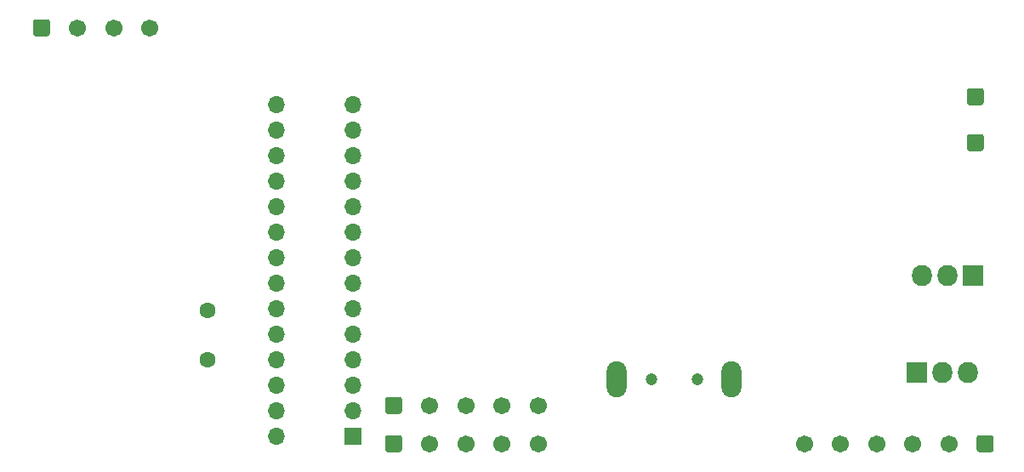
<source format=gbs>
%TF.GenerationSoftware,KiCad,Pcbnew,(5.1.6)-1*%
%TF.CreationDate,2020-08-17T15:22:46+07:00*%
%TF.ProjectId,desain150820,64657361-696e-4313-9530-3832302e6b69,v01*%
%TF.SameCoordinates,Original*%
%TF.FileFunction,Soldermask,Bot*%
%TF.FilePolarity,Negative*%
%FSLAX46Y46*%
G04 Gerber Fmt 4.6, Leading zero omitted, Abs format (unit mm)*
G04 Created by KiCad (PCBNEW (5.1.6)-1) date 2020-08-17 15:22:46*
%MOMM*%
%LPD*%
G01*
G04 APERTURE LIST*
%ADD10C,1.701600*%
%ADD11R,1.701600X1.701600*%
%ADD12O,1.701600X1.701600*%
%ADD13C,1.601600*%
%ADD14O,2.006600X2.101600*%
%ADD15R,2.006600X2.101600*%
%ADD16O,2.001600X3.601600*%
%ADD17C,1.201600*%
G04 APERTURE END LIST*
D10*
%TO.C,J2*%
X107320000Y-66040000D03*
X103720000Y-66040000D03*
X100120000Y-66040000D03*
G36*
G01*
X95669200Y-66624925D02*
X95669200Y-65455075D01*
G75*
G02*
X95935075Y-65189200I265875J0D01*
G01*
X97104925Y-65189200D01*
G75*
G02*
X97370800Y-65455075I0J-265875D01*
G01*
X97370800Y-66624925D01*
G75*
G02*
X97104925Y-66890800I-265875J0D01*
G01*
X95935075Y-66890800D01*
G75*
G02*
X95669200Y-66624925I0J265875D01*
G01*
G37*
%TD*%
D11*
%TO.C,MCU1*%
X127508000Y-106680000D03*
D12*
X119888000Y-73660000D03*
X127508000Y-104140000D03*
X119888000Y-76200000D03*
X127508000Y-101600000D03*
X119888000Y-78740000D03*
X127508000Y-99060000D03*
X119888000Y-81280000D03*
X127508000Y-96520000D03*
X119888000Y-83820000D03*
X127508000Y-93980000D03*
X119888000Y-86360000D03*
X127508000Y-91440000D03*
X119888000Y-88900000D03*
X127508000Y-88900000D03*
X119888000Y-91440000D03*
X127508000Y-86360000D03*
X119888000Y-93980000D03*
X127508000Y-83820000D03*
X119888000Y-96520000D03*
X127508000Y-81280000D03*
X119888000Y-99060000D03*
X127508000Y-78740000D03*
X119888000Y-101600000D03*
X127508000Y-76200000D03*
X119888000Y-104140000D03*
X127508000Y-73660000D03*
X119888000Y-106680000D03*
%TD*%
D13*
%TO.C,Y1*%
X113030000Y-99060000D03*
X113030000Y-94160000D03*
%TD*%
D14*
%TO.C,U3*%
X188722000Y-100330000D03*
X186182000Y-100330000D03*
D15*
X183642000Y-100330000D03*
%TD*%
D16*
%TO.C,J1*%
X165212000Y-101050000D03*
X153812000Y-101050000D03*
D17*
X161812000Y-101050000D03*
X157212000Y-101050000D03*
%TD*%
%TO.C,SDCardModule1*%
G36*
G01*
X191316800Y-106857075D02*
X191316800Y-108026925D01*
G75*
G02*
X191050925Y-108292800I-265875J0D01*
G01*
X189881075Y-108292800D01*
G75*
G02*
X189615200Y-108026925I0J265875D01*
G01*
X189615200Y-106857075D01*
G75*
G02*
X189881075Y-106591200I265875J0D01*
G01*
X191050925Y-106591200D01*
G75*
G02*
X191316800Y-106857075I0J-265875D01*
G01*
G37*
D10*
X186866000Y-107442000D03*
X183266000Y-107442000D03*
X179666000Y-107442000D03*
X176066000Y-107442000D03*
X172466000Y-107442000D03*
%TD*%
D15*
%TO.C,U1*%
X189230000Y-90678000D03*
D14*
X186690000Y-90678000D03*
X184150000Y-90678000D03*
%TD*%
D10*
%TO.C,USBASP1*%
X145972000Y-103632000D03*
X142372000Y-103632000D03*
X138772000Y-103632000D03*
X135172000Y-103632000D03*
G36*
G01*
X130721200Y-104216925D02*
X130721200Y-103047075D01*
G75*
G02*
X130987075Y-102781200I265875J0D01*
G01*
X132156925Y-102781200D01*
G75*
G02*
X132422800Y-103047075I0J-265875D01*
G01*
X132422800Y-104216925D01*
G75*
G02*
X132156925Y-104482800I-265875J0D01*
G01*
X130987075Y-104482800D01*
G75*
G02*
X130721200Y-104216925I0J265875D01*
G01*
G37*
%TD*%
%TO.C,USBASP2*%
G36*
G01*
X130721200Y-108026925D02*
X130721200Y-106857075D01*
G75*
G02*
X130987075Y-106591200I265875J0D01*
G01*
X132156925Y-106591200D01*
G75*
G02*
X132422800Y-106857075I0J-265875D01*
G01*
X132422800Y-108026925D01*
G75*
G02*
X132156925Y-108292800I-265875J0D01*
G01*
X130987075Y-108292800D01*
G75*
G02*
X130721200Y-108026925I0J265875D01*
G01*
G37*
X135172000Y-107442000D03*
X138772000Y-107442000D03*
X142372000Y-107442000D03*
X145972000Y-107442000D03*
%TD*%
%TO.C,V+1*%
G36*
G01*
X190068925Y-78320800D02*
X188899075Y-78320800D01*
G75*
G02*
X188633200Y-78054925I0J265875D01*
G01*
X188633200Y-76885075D01*
G75*
G02*
X188899075Y-76619200I265875J0D01*
G01*
X190068925Y-76619200D01*
G75*
G02*
X190334800Y-76885075I0J-265875D01*
G01*
X190334800Y-78054925D01*
G75*
G02*
X190068925Y-78320800I-265875J0D01*
G01*
G37*
%TD*%
%TO.C,V-1*%
G36*
G01*
X190068925Y-73748800D02*
X188899075Y-73748800D01*
G75*
G02*
X188633200Y-73482925I0J265875D01*
G01*
X188633200Y-72313075D01*
G75*
G02*
X188899075Y-72047200I265875J0D01*
G01*
X190068925Y-72047200D01*
G75*
G02*
X190334800Y-72313075I0J-265875D01*
G01*
X190334800Y-73482925D01*
G75*
G02*
X190068925Y-73748800I-265875J0D01*
G01*
G37*
%TD*%
M02*

</source>
